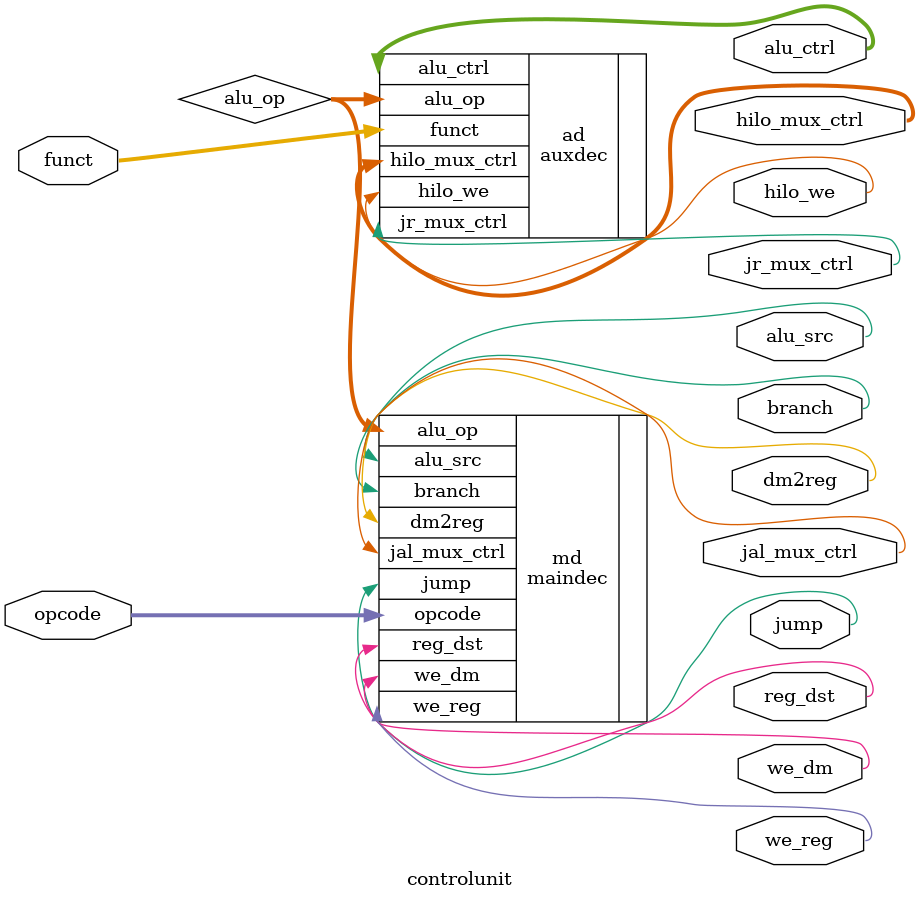
<source format=v>
module controlunit (
        input  wire [5:0]  opcode,
        input  wire [5:0]  funct,
        output wire        branch,
        output wire        jump,
        output wire        reg_dst,
        output wire        we_reg,
        output wire        alu_src,
        output wire        we_dm,
        output wire        dm2reg,
        output wire [2:0]  alu_ctrl,
        output wire        jr_mux_ctrl,
        output wire [1:0]  hilo_mux_ctrl,
        output wire        hilo_we,
        output wire        jal_mux_ctrl
    );
    
    wire [1:0] alu_op;

    maindec md (
        .opcode         (opcode),
        .branch         (branch),
        .jump           (jump),
        .reg_dst        (reg_dst),
        .we_reg         (we_reg),
        .alu_src        (alu_src),
        .we_dm          (we_dm),
        .dm2reg         (dm2reg),
        .alu_op         (alu_op),
        .jal_mux_ctrl   (jal_mux_ctrl)
    );
    
    auxdec ad (
        .alu_op         (alu_op),
        .funct          (funct),
        .alu_ctrl       (alu_ctrl),
        .hilo_mux_ctrl  (hilo_mux_ctrl),
        .hilo_we        (hilo_we),
        .jr_mux_ctrl    (jr_mux_ctrl)
    );

endmodule
</source>
